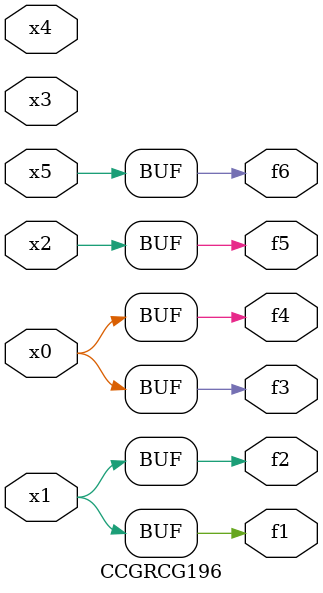
<source format=v>
module CCGRCG196(
	input x0, x1, x2, x3, x4, x5,
	output f1, f2, f3, f4, f5, f6
);
	assign f1 = x1;
	assign f2 = x1;
	assign f3 = x0;
	assign f4 = x0;
	assign f5 = x2;
	assign f6 = x5;
endmodule

</source>
